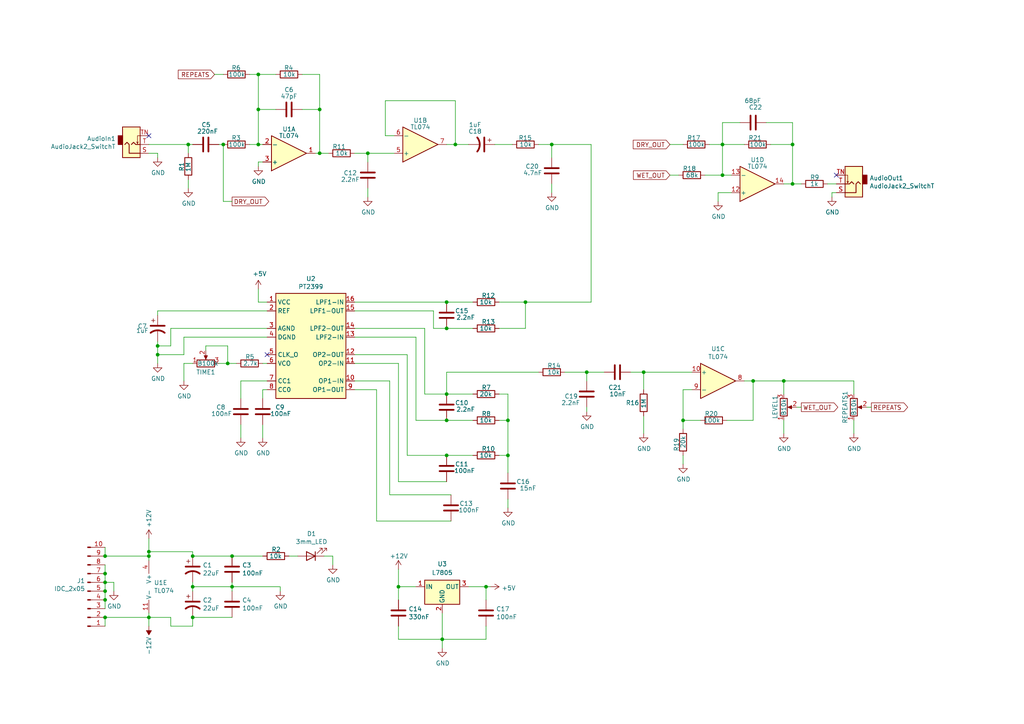
<source format=kicad_sch>
(kicad_sch (version 20211123) (generator eeschema)
  (paper "A4")
  (lib_symbols
    (symbol "Amplifier_Operational:TL074" (pin_names (offset 0.127))
      (property "Reference" "U" (at 0 5.08 0))
      (property "Value" "TL074" (at 0 -5.08 0))
      (symbol "TL074_1_1"
        (polyline (pts (xy -5.08 5.08) (xy 5.08 0) (xy -5.08 -5.08) (xy -5.08 5.08)) (stroke (width 0.254)) (fill (type background)))
        (pin output line (at 7.62 0 180) (length 2.54) (name "~") (number "1"))
        (pin input line (at -7.62 -2.54 0) (length 2.54) (name "-") (number "2"))
        (pin input line (at -7.62 2.54 0) (length 2.54) (name "+") (number "3"))
      )
      (symbol "TL074_2_1"
        (polyline (pts (xy -5.08 5.08) (xy 5.08 0) (xy -5.08 -5.08) (xy -5.08 5.08)) (stroke (width 0.254)) (fill (type background)))
        (pin input line (at -7.62 2.54 0) (length 2.54) (name "+") (number "5"))
        (pin input line (at -7.62 -2.54 0) (length 2.54) (name "-") (number "6"))
        (pin output line (at 7.62 0 180) (length 2.54) (name "~") (number "7"))
      )
      (symbol "TL074_3_1"
        (polyline (pts (xy -5.08 5.08) (xy 5.08 0) (xy -5.08 -5.08) (xy -5.08 5.08)) (stroke (width 0.254)) (fill (type background)))
        (pin input line (at -7.62 2.54 0) (length 2.54) (name "+") (number "10"))
        (pin output line (at 7.62 0 180) (length 2.54) (name "~") (number "8"))
        (pin input line (at -7.62 -2.54 0) (length 2.54) (name "-") (number "9"))
      )
      (symbol "TL074_4_1"
        (polyline (pts (xy -5.08 5.08) (xy 5.08 0) (xy -5.08 -5.08) (xy -5.08 5.08)) (stroke (width 0.254)) (fill (type background)))
        (pin input line (at -7.62 2.54 0) (length 2.54) (name "+") (number "12"))
        (pin input line (at -7.62 -2.54 0) (length 2.54) (name "-") (number "13"))
        (pin output line (at 7.62 0 180) (length 2.54) (name "~") (number "14"))
      )
      (symbol "TL074_5_1"
        (pin power_in line (at -2.54 -7.62 90) (length 3.81) (name "V-") (number "11"))
        (pin power_in line (at -2.54 7.62 270) (length 3.81) (name "V+") (number "4"))
      )
    )
    (symbol "Audio:PT2399"
      (property "Reference" "U" (at 0 17.78 0))
      (property "Value" "PT2399" (at 0 -17.78 0))
      (symbol "PT2399_0_1"
        (rectangle (start -10.16 15.24) (end 10.16 -15.24) (stroke (width 0.254)) (fill (type background)))
      )
      (symbol "PT2399_1_1"
        (pin power_in line (at -12.7 12.7 0) (length 2.54) (name "VCC") (number "1"))
        (pin input line (at 12.7 -10.16 180) (length 2.54) (name "OP1-IN") (number "10"))
        (pin input line (at 12.7 -5.08 180) (length 2.54) (name "OP2-IN") (number "11"))
        (pin output line (at 12.7 -2.54 180) (length 2.54) (name "OP2-OUT") (number "12"))
        (pin input line (at 12.7 2.54 180) (length 2.54) (name "LPF2-IN") (number "13"))
        (pin output line (at 12.7 5.08 180) (length 2.54) (name "LPF2-OUT") (number "14"))
        (pin output line (at 12.7 10.16 180) (length 2.54) (name "LPF1-OUT") (number "15"))
        (pin input line (at 12.7 12.7 180) (length 2.54) (name "LPF1-IN") (number "16"))
        (pin passive line (at -12.7 10.16 0) (length 2.54) (name "REF") (number "2"))
        (pin power_in line (at -12.7 5.08 0) (length 2.54) (name "AGND") (number "3"))
        (pin power_in line (at -12.7 2.54 0) (length 2.54) (name "DGND") (number "4"))
        (pin passive line (at -12.7 -2.54 0) (length 2.54) (name "CLK_O") (number "5"))
        (pin passive line (at -12.7 -5.08 0) (length 2.54) (name "VCO") (number "6"))
        (pin passive line (at -12.7 -10.16 0) (length 2.54) (name "CC1") (number "7"))
        (pin passive line (at -12.7 -12.7 0) (length 2.54) (name "CC0") (number "8"))
        (pin output line (at 12.7 -12.7 180) (length 2.54) (name "OP1-OUT") (number "9"))
      )
    )
    (symbol "Connector:AudioJack2_SwitchT"
      (property "Reference" "J" (at 0 8.89 0))
      (property "Value" "AudioJack2_SwitchT" (at 0 6.35 0))
      (symbol "AudioJack2_SwitchT_0_1"
        (rectangle (start -2.54 0) (end -3.81 -2.54) (stroke (width 0.254)) (fill (type outline)))
        (polyline (pts (xy 1.778 -0.254) (xy 2.032 -0.762)))
        (polyline (pts (xy 0 0) (xy 0.635 -0.635) (xy 1.27 0) (xy 2.54 0)) (stroke (width 0.254)))
        (polyline (pts (xy 2.54 -2.54) (xy 1.778 -2.54) (xy 1.778 -0.254) (xy 1.524 -0.762)))
        (polyline (pts (xy 2.54 2.54) (xy -0.635 2.54) (xy -0.635 0) (xy -1.27 -0.635) (xy -1.905 0)) (stroke (width 0.254)))
        (rectangle (start 2.54 3.81) (end -2.54 -5.08) (stroke (width 0.254)) (fill (type background)))
      )
      (symbol "AudioJack2_SwitchT_1_1"
        (pin passive line (at 5.08 2.54 180) (length 2.54) (name "~") (number "S"))
        (pin passive line (at 5.08 0 180) (length 2.54) (name "~") (number "T"))
        (pin passive line (at 5.08 -2.54 180) (length 2.54) (name "~") (number "TN"))
      )
    )
    (symbol "Connector:Conn_01x10_Male" (pin_names (offset 1.016) hide)
      (property "Reference" "J" (at 0 12.7 0))
      (property "Value" "Conn_01x10_Male" (at 0 -15.24 0))
      (symbol "Conn_01x10_Male_1_1"
        (polyline (pts (xy 1.27 -12.7) (xy 0.8636 -12.7)) (stroke (width 0.1524)))
        (polyline (pts (xy 1.27 -10.16) (xy 0.8636 -10.16)) (stroke (width 0.1524)))
        (polyline (pts (xy 1.27 -7.62) (xy 0.8636 -7.62)) (stroke (width 0.1524)))
        (polyline (pts (xy 1.27 -5.08) (xy 0.8636 -5.08)) (stroke (width 0.1524)))
        (polyline (pts (xy 1.27 -2.54) (xy 0.8636 -2.54)) (stroke (width 0.1524)))
        (polyline (pts (xy 1.27 0) (xy 0.8636 0)) (stroke (width 0.1524)))
        (polyline (pts (xy 1.27 2.54) (xy 0.8636 2.54)) (stroke (width 0.1524)))
        (polyline (pts (xy 1.27 5.08) (xy 0.8636 5.08)) (stroke (width 0.1524)))
        (polyline (pts (xy 1.27 7.62) (xy 0.8636 7.62)) (stroke (width 0.1524)))
        (polyline (pts (xy 1.27 10.16) (xy 0.8636 10.16)) (stroke (width 0.1524)))
        (rectangle (start 0.8636 -12.573) (end 0 -12.827) (stroke (width 0.1524)) (fill (type outline)))
        (rectangle (start 0.8636 -10.033) (end 0 -10.287) (stroke (width 0.1524)) (fill (type outline)))
        (rectangle (start 0.8636 -7.493) (end 0 -7.747) (stroke (width 0.1524)) (fill (type outline)))
        (rectangle (start 0.8636 -4.953) (end 0 -5.207) (stroke (width 0.1524)) (fill (type outline)))
        (rectangle (start 0.8636 -2.413) (end 0 -2.667) (stroke (width 0.1524)) (fill (type outline)))
        (rectangle (start 0.8636 0.127) (end 0 -0.127) (stroke (width 0.1524)) (fill (type outline)))
        (rectangle (start 0.8636 2.667) (end 0 2.413) (stroke (width 0.1524)) (fill (type outline)))
        (rectangle (start 0.8636 5.207) (end 0 4.953) (stroke (width 0.1524)) (fill (type outline)))
        (rectangle (start 0.8636 7.747) (end 0 7.493) (stroke (width 0.1524)) (fill (type outline)))
        (rectangle (start 0.8636 10.287) (end 0 10.033) (stroke (width 0.1524)) (fill (type outline)))
        (pin passive line (at 5.08 10.16 180) (length 3.81) (name "Pin_1") (number "1"))
        (pin passive line (at 5.08 -12.7 180) (length 3.81) (name "Pin_10") (number "10"))
        (pin passive line (at 5.08 7.62 180) (length 3.81) (name "Pin_2") (number "2"))
        (pin passive line (at 5.08 5.08 180) (length 3.81) (name "Pin_3") (number "3"))
        (pin passive line (at 5.08 2.54 180) (length 3.81) (name "Pin_4") (number "4"))
        (pin passive line (at 5.08 0 180) (length 3.81) (name "Pin_5") (number "5"))
        (pin passive line (at 5.08 -2.54 180) (length 3.81) (name "Pin_6") (number "6"))
        (pin passive line (at 5.08 -5.08 180) (length 3.81) (name "Pin_7") (number "7"))
        (pin passive line (at 5.08 -7.62 180) (length 3.81) (name "Pin_8") (number "8"))
        (pin passive line (at 5.08 -10.16 180) (length 3.81) (name "Pin_9") (number "9"))
      )
    )
    (symbol "Device:C" (pin_numbers hide) (pin_names (offset 0.254))
      (property "Reference" "C" (at 0.635 2.54 0))
      (property "Value" "C" (at 0.635 -2.54 0))
      (symbol "C_0_1"
        (polyline (pts (xy -2.032 -0.762) (xy 2.032 -0.762)) (stroke (width 0.508)))
        (polyline (pts (xy -2.032 0.762) (xy 2.032 0.762)) (stroke (width 0.508)))
      )
      (symbol "C_1_1"
        (pin passive line (at 0 3.81 270) (length 2.794) (name "~") (number "1"))
        (pin passive line (at 0 -3.81 90) (length 2.794) (name "~") (number "2"))
      )
    )
    (symbol "Device:LED" (pin_numbers hide) (pin_names (offset 1.016) hide)
      (property "Reference" "D" (at 0 2.54 0))
      (property "Value" "LED" (at 0 -2.54 0))
      (symbol "LED_0_1"
        (polyline (pts (xy -1.27 -1.27) (xy -1.27 1.27)) (stroke (width 0.254)))
        (polyline (pts (xy -1.27 0) (xy 1.27 0)))
        (polyline (pts (xy 1.27 -1.27) (xy 1.27 1.27) (xy -1.27 0) (xy 1.27 -1.27)) (stroke (width 0.254)))
        (polyline (pts (xy -3.048 -0.762) (xy -4.572 -2.286) (xy -3.81 -2.286) (xy -4.572 -2.286) (xy -4.572 -1.524)))
        (polyline (pts (xy -1.778 -0.762) (xy -3.302 -2.286) (xy -2.54 -2.286) (xy -3.302 -2.286) (xy -3.302 -1.524)))
      )
      (symbol "LED_1_1"
        (pin passive line (at -3.81 0 0) (length 2.54) (name "K") (number "1"))
        (pin passive line (at 3.81 0 180) (length 2.54) (name "A") (number "2"))
      )
    )
    (symbol "Device:R" (pin_numbers hide) (pin_names (offset 0))
      (property "Reference" "R" (at 2.032 0 90))
      (property "Value" "R" (at 0 0 90))
      (symbol "R_0_1"
        (rectangle (start -1.016 -2.54) (end 1.016 2.54) (stroke (width 0.254)))
      )
      (symbol "R_1_1"
        (pin passive line (at 0 3.81 270) (length 1.27) (name "~") (number "1"))
        (pin passive line (at 0 -3.81 90) (length 1.27) (name "~") (number "2"))
      )
    )
    (symbol "MiniDelay-rescue:CP1-Device" (pin_numbers hide) (pin_names (offset 0.254) hide)
      (property "Reference" "C" (at 0.635 2.54 0))
      (property "Value" "CP1-Device" (at 0.635 -2.54 0))
      (symbol "CP1-Device_0_1"
        (polyline (pts (xy -2.032 0.762) (xy 2.032 0.762)) (stroke (width 0.508)))
        (polyline (pts (xy -1.778 2.286) (xy -0.762 2.286)))
        (polyline (pts (xy -1.27 1.778) (xy -1.27 2.794)))
        (arc (start 2.032 -1.27) (mid 0 -0.5572) (end -2.032 -1.27) (stroke (width 0.508)))
      )
      (symbol "CP1-Device_1_1"
        (pin passive line (at 0 3.81 270) (length 2.794) (name "~") (number "1"))
        (pin passive line (at 0 -3.81 90) (length 3.302) (name "~") (number "2"))
      )
    )
    (symbol "MiniDelay-rescue:R_POT-Device" (pin_names (offset 1.016) hide)
      (property "Reference" "RV" (at -4.445 0 90))
      (property "Value" "R_POT-Device" (at -2.54 0 90))
      (symbol "R_POT-Device_0_1"
        (polyline (pts (xy 2.54 0) (xy 1.524 0)))
        (polyline (pts (xy 1.143 0) (xy 2.286 0.508) (xy 2.286 -0.508) (xy 1.143 0)) (fill (type outline)))
        (rectangle (start 1.016 2.54) (end -1.016 -2.54) (stroke (width 0.254)))
      )
      (symbol "R_POT-Device_1_1"
        (pin passive line (at 0 3.81 270) (length 1.27) (name "1") (number "1"))
        (pin passive line (at 3.81 0 180) (length 1.27) (name "2") (number "2"))
        (pin passive line (at 0 -3.81 90) (length 1.27) (name "3") (number "3"))
      )
    )
    (symbol "Regulator_Linear:L7805" (pin_names (offset 0.254))
      (property "Reference" "U" (at -3.81 3.175 0))
      (property "Value" "L7805" (at 0 3.175 0))
      (symbol "L7805_0_1"
        (rectangle (start -5.08 1.905) (end 5.08 -5.08) (stroke (width 0.254)) (fill (type background)))
      )
      (symbol "L7805_1_1"
        (pin power_in line (at -7.62 0 0) (length 2.54) (name "IN") (number "1"))
        (pin power_in line (at 0 -7.62 90) (length 2.54) (name "GND") (number "2"))
        (pin power_out line (at 7.62 0 180) (length 2.54) (name "OUT") (number "3"))
      )
    )
    (symbol "power:+12V" (power) (pin_names (offset 0))
      (property "Value" "+12V" (at 0 3.556 0))
      (symbol "+12V_0_1"
        (polyline (pts (xy -0.762 1.27) (xy 0 2.54)))
        (polyline (pts (xy 0 0) (xy 0 2.54)))
        (polyline (pts (xy 0 2.54) (xy 0.762 1.27)))
      )
      (symbol "+12V_1_1"
        (pin power_in line (at 0 0 90) (length 0) hide (name "+12V") (number "1"))
      )
    )
    (symbol "power:+5V" (power) (pin_names (offset 0))
      (property "Value" "+5V" (at 0 3.556 0))
      (symbol "+5V_0_1"
        (polyline (pts (xy -0.762 1.27) (xy 0 2.54)))
        (polyline (pts (xy 0 0) (xy 0 2.54)))
        (polyline (pts (xy 0 2.54) (xy 0.762 1.27)))
      )
      (symbol "+5V_1_1"
        (pin power_in line (at 0 0 90) (length 0) hide (name "+5V") (number "1"))
      )
    )
    (symbol "power:-12V" (power) (pin_names (offset 0))
      (property "Value" "-12V" (at 0 3.81 0))
      (symbol "-12V_0_0"
        (pin power_in line (at 0 0 90) (length 0) hide (name "-12V") (number "1"))
      )
      (symbol "-12V_0_1"
        (polyline (pts (xy 0 0) (xy 0 1.27) (xy 0.762 1.27) (xy 0 2.54) (xy -0.762 1.27) (xy 0 1.27)) (fill (type outline)))
      )
    )
    (symbol "power:GND" (power) (pin_names (offset 0))
      (property "Value" "GND" (at 0 -3.81 0))
      (symbol "GND_0_1"
        (polyline (pts (xy 0 0) (xy 0 -1.27) (xy 1.27 -1.27) (xy 0 -2.54) (xy -1.27 -1.27) (xy 0 -1.27)))
      )
      (symbol "GND_1_1"
        (pin power_in line (at 0 0 270) (length 0) hide (name "GND") (number "1"))
      )
    )
  )
  (junction (at 209.55 41.91))
  (junction (at 147.32 132.08))
  (junction (at 74.93 21.59))
  (junction (at 140.97 170.18))
  (junction (at 198.12 121.92))
  (junction (at 147.32 121.92))
  (junction (at 186.69 107.95))
  (junction (at 45.72 100.33))
  (junction (at 170.18 107.95))
  (junction (at 229.87 41.91))
  (junction (at 152.4 87.63))
  (junction (at 74.93 31.75))
  (junction (at 43.18 179.07))
  (junction (at 30.48 161.29))
  (junction (at 30.48 166.37))
  (junction (at 92.71 44.45))
  (junction (at 30.48 173.99))
  (junction (at 209.55 50.8))
  (junction (at 218.44 110.49))
  (junction (at 66.04 105.41))
  (junction (at 30.48 179.07))
  (junction (at 227.33 110.49))
  (junction (at 129.54 95.25))
  (junction (at 129.54 87.63))
  (junction (at 92.71 31.75))
  (junction (at 106.68 44.45))
  (junction (at 132.08 41.91))
  (junction (at 64.77 41.91))
  (junction (at 115.57 170.18))
  (junction (at 55.88 170.18))
  (junction (at 129.54 114.3))
  (junction (at 43.18 161.29))
  (junction (at 74.93 41.91))
  (junction (at 160.02 41.91))
  (junction (at 55.88 179.07))
  (junction (at 67.31 161.29))
  (junction (at 129.54 121.92))
  (junction (at 67.31 170.18))
  (junction (at 30.48 168.91))
  (junction (at 128.27 185.42))
  (junction (at 229.87 53.34))
  (junction (at 45.72 102.87))
  (junction (at 55.88 161.29))
  (junction (at 43.18 160.02))
  (junction (at 129.54 132.08))
  (junction (at 54.61 41.91))
  (junction (at 30.48 171.45))
  (no_connect (at 77.47 102.87))
  (no_connect (at 242.57 50.8))
  (no_connect (at 43.18 39.37))
  (wire (pts (xy 123.19 114.3) (xy 123.19 95.25)))
  (wire (pts (xy 214.63 35.56) (xy 209.55 35.56)))
  (wire (pts (xy 74.93 31.75) (xy 74.93 41.91)))
  (wire (pts (xy 77.47 95.25) (xy 49.53 95.25)))
  (wire (pts (xy 30.48 179.07) (xy 30.48 181.61)))
  (wire (pts (xy 53.34 102.87) (xy 53.34 97.79)))
  (wire (pts (xy 182.88 107.95) (xy 186.69 107.95)))
  (wire (pts (xy 102.87 110.49) (xy 113.03 110.49)))
  (wire (pts (xy 55.88 170.18) (xy 67.31 170.18)))
  (wire (pts (xy 43.18 160.02) (xy 43.18 161.29)))
  (wire (pts (xy 81.28 170.18) (xy 81.28 171.45)))
  (wire (pts (xy 129.54 121.92) (xy 137.16 121.92)))
  (wire (pts (xy 215.9 41.91) (xy 209.55 41.91)))
  (wire (pts (xy 156.21 107.95) (xy 129.54 107.95)))
  (wire (pts (xy 147.32 132.08) (xy 144.78 132.08)))
  (wire (pts (xy 49.53 181.61) (xy 55.88 181.61)))
  (wire (pts (xy 240.03 53.34) (xy 242.57 53.34)))
  (wire (pts (xy 76.2 46.99) (xy 74.93 46.99)))
  (wire (pts (xy 115.57 139.7) (xy 129.54 139.7)))
  (wire (pts (xy 76.2 105.41) (xy 77.47 105.41)))
  (wire (pts (xy 227.33 110.49) (xy 247.65 110.49)))
  (wire (pts (xy 160.02 55.88) (xy 160.02 53.34)))
  (wire (pts (xy 30.48 161.29) (xy 43.18 161.29)))
  (wire (pts (xy 198.12 132.08) (xy 198.12 134.62)))
  (wire (pts (xy 252.73 118.11) (xy 251.46 118.11)))
  (wire (pts (xy 49.53 100.33) (xy 45.72 100.33)))
  (wire (pts (xy 232.41 118.11) (xy 231.14 118.11)))
  (wire (pts (xy 186.69 125.73) (xy 186.69 120.65)))
  (wire (pts (xy 194.31 41.91) (xy 198.12 41.91)))
  (wire (pts (xy 87.63 21.59) (xy 92.71 21.59)))
  (wire (pts (xy 186.69 107.95) (xy 186.69 113.03)))
  (wire (pts (xy 212.09 50.8) (xy 209.55 50.8)))
  (wire (pts (xy 132.08 29.21) (xy 132.08 41.91)))
  (wire (pts (xy 215.9 110.49) (xy 218.44 110.49)))
  (wire (pts (xy 45.72 99.06) (xy 45.72 100.33)))
  (wire (pts (xy 140.97 170.18) (xy 142.24 170.18)))
  (wire (pts (xy 120.65 97.79) (xy 120.65 121.92)))
  (wire (pts (xy 43.18 156.21) (xy 43.18 160.02)))
  (wire (pts (xy 120.65 121.92) (xy 129.54 121.92)))
  (wire (pts (xy 218.44 110.49) (xy 227.33 110.49)))
  (wire (pts (xy 111.76 39.37) (xy 111.76 29.21)))
  (wire (pts (xy 67.31 168.91) (xy 67.31 170.18)))
  (wire (pts (xy 118.11 132.08) (xy 129.54 132.08)))
  (wire (pts (xy 30.48 173.99) (xy 30.48 176.53)))
  (wire (pts (xy 45.72 100.33) (xy 45.72 102.87)))
  (wire (pts (xy 209.55 35.56) (xy 209.55 41.91)))
  (wire (pts (xy 74.93 87.63) (xy 77.47 87.63)))
  (wire (pts (xy 128.27 177.8) (xy 128.27 185.42)))
  (wire (pts (xy 96.52 161.29) (xy 96.52 163.83)))
  (wire (pts (xy 67.31 170.18) (xy 67.31 171.45)))
  (wire (pts (xy 113.03 143.51) (xy 130.81 143.51)))
  (wire (pts (xy 223.52 41.91) (xy 229.87 41.91)))
  (wire (pts (xy 77.47 90.17) (xy 45.72 90.17)))
  (wire (pts (xy 43.18 179.07) (xy 49.53 179.07)))
  (wire (pts (xy 62.23 21.59) (xy 64.77 21.59)))
  (wire (pts (xy 76.2 127) (xy 76.2 123.19)))
  (wire (pts (xy 125.73 90.17) (xy 125.73 95.25)))
  (wire (pts (xy 87.63 31.75) (xy 92.71 31.75)))
  (wire (pts (xy 200.66 113.03) (xy 198.12 113.03)))
  (wire (pts (xy 66.04 105.41) (xy 63.5 105.41)))
  (wire (pts (xy 92.71 31.75) (xy 92.71 44.45)))
  (wire (pts (xy 125.73 95.25) (xy 129.54 95.25)))
  (wire (pts (xy 55.88 105.41) (xy 53.34 105.41)))
  (wire (pts (xy 45.72 90.17) (xy 45.72 91.44)))
  (wire (pts (xy 43.18 179.07) (xy 43.18 181.61)))
  (wire (pts (xy 208.28 58.42) (xy 208.28 55.88)))
  (wire (pts (xy 92.71 44.45) (xy 91.44 44.45)))
  (wire (pts (xy 123.19 95.25) (xy 102.87 95.25)))
  (wire (pts (xy 69.85 127) (xy 69.85 123.19)))
  (wire (pts (xy 55.88 179.07) (xy 67.31 179.07)))
  (wire (pts (xy 186.69 107.95) (xy 200.66 107.95)))
  (wire (pts (xy 247.65 110.49) (xy 247.65 114.3)))
  (wire (pts (xy 76.2 161.29) (xy 67.31 161.29)))
  (wire (pts (xy 171.45 87.63) (xy 152.4 87.63)))
  (wire (pts (xy 113.03 110.49) (xy 113.03 143.51)))
  (wire (pts (xy 30.48 166.37) (xy 30.48 168.91)))
  (wire (pts (xy 77.47 110.49) (xy 69.85 110.49)))
  (wire (pts (xy 111.76 29.21) (xy 132.08 29.21)))
  (wire (pts (xy 43.18 177.8) (xy 43.18 179.07)))
  (wire (pts (xy 92.71 21.59) (xy 92.71 31.75)))
  (wire (pts (xy 106.68 44.45) (xy 106.68 46.99)))
  (wire (pts (xy 30.48 158.75) (xy 30.48 161.29)))
  (wire (pts (xy 205.74 41.91) (xy 209.55 41.91)))
  (wire (pts (xy 102.87 87.63) (xy 129.54 87.63)))
  (wire (pts (xy 229.87 53.34) (xy 232.41 53.34)))
  (wire (pts (xy 229.87 53.34) (xy 227.33 53.34)))
  (wire (pts (xy 115.57 170.18) (xy 115.57 173.99)))
  (wire (pts (xy 55.88 161.29) (xy 55.88 160.02)))
  (wire (pts (xy 218.44 110.49) (xy 218.44 121.92)))
  (wire (pts (xy 152.4 87.63) (xy 152.4 95.25)))
  (wire (pts (xy 143.51 41.91) (xy 148.59 41.91)))
  (wire (pts (xy 144.78 114.3) (xy 147.32 114.3)))
  (wire (pts (xy 130.81 151.13) (xy 109.22 151.13)))
  (wire (pts (xy 49.53 179.07) (xy 49.53 181.61)))
  (wire (pts (xy 222.25 35.56) (xy 229.87 35.56)))
  (wire (pts (xy 128.27 185.42) (xy 128.27 187.96)))
  (wire (pts (xy 170.18 110.49) (xy 170.18 107.95)))
  (wire (pts (xy 66.04 100.33) (xy 59.69 100.33)))
  (wire (pts (xy 203.2 121.92) (xy 198.12 121.92)))
  (wire (pts (xy 147.32 121.92) (xy 144.78 121.92)))
  (wire (pts (xy 147.32 114.3) (xy 147.32 121.92)))
  (wire (pts (xy 135.89 41.91) (xy 132.08 41.91)))
  (wire (pts (xy 115.57 105.41) (xy 115.57 139.7)))
  (wire (pts (xy 137.16 132.08) (xy 129.54 132.08)))
  (wire (pts (xy 106.68 57.15) (xy 106.68 54.61)))
  (wire (pts (xy 55.88 161.29) (xy 67.31 161.29)))
  (wire (pts (xy 129.54 114.3) (xy 137.16 114.3)))
  (wire (pts (xy 115.57 181.61) (xy 115.57 185.42)))
  (wire (pts (xy 30.48 163.83) (xy 30.48 166.37)))
  (wire (pts (xy 49.53 95.25) (xy 49.53 100.33)))
  (wire (pts (xy 30.48 168.91) (xy 30.48 171.45)))
  (wire (pts (xy 45.72 102.87) (xy 53.34 102.87)))
  (wire (pts (xy 229.87 41.91) (xy 229.87 53.34)))
  (wire (pts (xy 92.71 44.45) (xy 95.25 44.45)))
  (wire (pts (xy 109.22 113.03) (xy 102.87 113.03)))
  (wire (pts (xy 76.2 113.03) (xy 76.2 115.57)))
  (wire (pts (xy 135.89 170.18) (xy 140.97 170.18)))
  (wire (pts (xy 227.33 110.49) (xy 227.33 114.3)))
  (wire (pts (xy 83.82 161.29) (xy 86.36 161.29)))
  (wire (pts (xy 77.47 113.03) (xy 76.2 113.03)))
  (wire (pts (xy 55.88 181.61) (xy 55.88 179.07)))
  (wire (pts (xy 80.01 21.59) (xy 74.93 21.59)))
  (wire (pts (xy 63.5 41.91) (xy 64.77 41.91)))
  (wire (pts (xy 43.18 41.91) (xy 54.61 41.91)))
  (wire (pts (xy 241.3 55.88) (xy 242.57 55.88)))
  (wire (pts (xy 55.88 170.18) (xy 55.88 171.45)))
  (wire (pts (xy 160.02 41.91) (xy 171.45 41.91)))
  (wire (pts (xy 93.98 161.29) (xy 96.52 161.29)))
  (wire (pts (xy 129.54 107.95) (xy 129.54 114.3)))
  (wire (pts (xy 227.33 125.73) (xy 227.33 121.92)))
  (wire (pts (xy 209.55 41.91) (xy 209.55 50.8)))
  (wire (pts (xy 67.31 170.18) (xy 81.28 170.18)))
  (wire (pts (xy 209.55 50.8) (xy 204.47 50.8)))
  (wire (pts (xy 115.57 170.18) (xy 120.65 170.18)))
  (wire (pts (xy 72.39 21.59) (xy 74.93 21.59)))
  (wire (pts (xy 140.97 170.18) (xy 140.97 173.99)))
  (wire (pts (xy 102.87 105.41) (xy 115.57 105.41)))
  (wire (pts (xy 118.11 102.87) (xy 118.11 132.08)))
  (wire (pts (xy 152.4 95.25) (xy 144.78 95.25)))
  (wire (pts (xy 74.93 41.91) (xy 72.39 41.91)))
  (wire (pts (xy 109.22 151.13) (xy 109.22 113.03)))
  (wire (pts (xy 54.61 41.91) (xy 54.61 44.45)))
  (wire (pts (xy 102.87 97.79) (xy 120.65 97.79)))
  (wire (pts (xy 170.18 107.95) (xy 163.83 107.95)))
  (wire (pts (xy 33.02 168.91) (xy 33.02 171.45)))
  (wire (pts (xy 171.45 41.91) (xy 171.45 87.63)))
  (wire (pts (xy 59.69 100.33) (xy 59.69 101.6)))
  (wire (pts (xy 43.18 160.02) (xy 55.88 160.02)))
  (wire (pts (xy 43.18 44.45) (xy 45.72 44.45)))
  (wire (pts (xy 64.77 58.42) (xy 67.31 58.42)))
  (wire (pts (xy 66.04 105.41) (xy 66.04 100.33)))
  (wire (pts (xy 229.87 35.56) (xy 229.87 41.91)))
  (wire (pts (xy 54.61 54.61) (xy 54.61 52.07)))
  (wire (pts (xy 147.32 132.08) (xy 147.32 137.16)))
  (wire (pts (xy 114.3 39.37) (xy 111.76 39.37)))
  (wire (pts (xy 30.48 168.91) (xy 33.02 168.91)))
  (wire (pts (xy 74.93 83.82) (xy 74.93 87.63)))
  (wire (pts (xy 68.58 105.41) (xy 66.04 105.41)))
  (wire (pts (xy 128.27 185.42) (xy 140.97 185.42)))
  (wire (pts (xy 102.87 90.17) (xy 125.73 90.17)))
  (wire (pts (xy 156.21 41.91) (xy 160.02 41.91)))
  (wire (pts (xy 53.34 105.41) (xy 53.34 110.49)))
  (wire (pts (xy 74.93 41.91) (xy 76.2 41.91)))
  (wire (pts (xy 55.88 168.91) (xy 55.88 170.18)))
  (wire (pts (xy 114.3 44.45) (xy 106.68 44.45)))
  (wire (pts (xy 137.16 87.63) (xy 129.54 87.63)))
  (wire (pts (xy 30.48 179.07) (xy 43.18 179.07)))
  (wire (pts (xy 45.72 44.45) (xy 45.72 45.72)))
  (wire (pts (xy 53.34 97.79) (xy 77.47 97.79)))
  (wire (pts (xy 140.97 185.42) (xy 140.97 181.61)))
  (wire (pts (xy 115.57 165.1) (xy 115.57 170.18)))
  (wire (pts (xy 194.31 50.8) (xy 196.85 50.8)))
  (wire (pts (xy 64.77 41.91) (xy 64.77 58.42)))
  (wire (pts (xy 175.26 107.95) (xy 170.18 107.95)))
  (wire (pts (xy 160.02 41.91) (xy 160.02 45.72)))
  (wire (pts (xy 147.32 147.32) (xy 147.32 144.78)))
  (wire (pts (xy 30.48 171.45) (xy 30.48 173.99)))
  (wire (pts (xy 247.65 125.73) (xy 247.65 121.92)))
  (wire (pts (xy 208.28 55.88) (xy 212.09 55.88)))
  (wire (pts (xy 102.87 102.87) (xy 118.11 102.87)))
  (wire (pts (xy 43.18 161.29) (xy 43.18 162.56)))
  (wire (pts (xy 102.87 44.45) (xy 106.68 44.45)))
  (wire (pts (xy 55.88 41.91) (xy 54.61 41.91)))
  (wire (pts (xy 115.57 185.42) (xy 128.27 185.42)))
  (wire (pts (xy 147.32 121.92) (xy 147.32 132.08)))
  (wire (pts (xy 123.19 114.3) (xy 129.54 114.3)))
  (wire (pts (xy 241.3 57.15) (xy 241.3 55.88)))
  (wire (pts (xy 198.12 113.03) (xy 198.12 121.92)))
  (wire (pts (xy 69.85 110.49) (xy 69.85 115.57)))
  (wire (pts (xy 74.93 21.59) (xy 74.93 31.75)))
  (wire (pts (xy 129.54 95.25) (xy 137.16 95.25)))
  (wire (pts (xy 132.08 41.91) (xy 129.54 41.91)))
  (wire (pts (xy 45.72 102.87) (xy 45.72 105.41)))
  (wire (pts (xy 144.78 87.63) (xy 152.4 87.63)))
  (wire (pts (xy 170.18 119.38) (xy 170.18 118.11)))
  (wire (pts (xy 198.12 121.92) (xy 198.12 124.46)))
  (wire (pts (xy 218.44 121.92) (xy 210.82 121.92)))
  (wire (pts (xy 80.01 31.75) (xy 74.93 31.75)))
  (wire (pts (xy 74.93 46.99) (xy 74.93 48.26)))
  (global_label "WET_OUT" (shape output) (at 232.41 118.11 0) (property "Intersheet References" "${INTERSHEET_REFS}" (effects hide)))
  (global_label "WET_OUT" (shape input) (at 194.31 50.8 180) (property "Intersheet References" "${INTERSHEET_REFS}" (effects hide)))
  (global_label "REPEATS" (shape output) (at 252.73 118.11 0) (property "Intersheet References" "${INTERSHEET_REFS}" (effects hide)))
  (global_label "DRY_OUT" (shape output) (at 67.31 58.42 0) (property "Intersheet References" "${INTERSHEET_REFS}" (effects hide)))
  (global_label "REPEATS" (shape input) (at 62.23 21.59 180) (property "Intersheet References" "${INTERSHEET_REFS}" (effects hide)))
  (global_label "DRY_OUT" (shape input) (at 194.31 41.91 180) (property "Intersheet References" "${INTERSHEET_REFS}" (effects hide)))
  (symbol (lib_id "Connector:AudioJack2_SwitchT") (at 38.1 41.91 0) (mirror x) (unit 1)
    (property "Reference" "AudioIn1" (at 33.5534 40.2082 0) (effects (justify right)))
    (property "Value" "AudioJack2_SwitchT" (at 33.5534 42.5196 0) (effects (justify right)))
    (property "Footprint" "benjiaomodular:AudioJack_3.5mm" (effects hide))
  )
  (symbol (lib_id "Connector:AudioJack2_SwitchT") (at 247.65 53.34 180) (unit 1)
    (property "Reference" "AudioOut1" (at 252.222 51.6382 0) (effects (justify right)))
    (property "Value" "AudioJack2_SwitchT" (at 252.222 53.9496 0) (effects (justify right)))
    (property "Footprint" "benjiaomodular:AudioJack_3.5mm" (effects hide))
  )
  (symbol (lib_id "Device:R") (at 54.61 48.26 180) (unit 1)
    (property "Reference" "R1" (at 52.705 46.99 90) (effects (justify left)))
    (property "Value" "1M" (at 54.61 46.99 90) (effects (justify left)))
    (property "Footprint" "Resistor_SMD:R_0603_1608Metric_Pad0.98x0.95mm_HandSolder" (effects hide))
    (property "LCSC Part #" "C105578" (effects hide))
    (property "Mfg #" "RC0603FR-071ML" (effects hide))
  )
  (symbol (lib_id "Device:C") (at 59.69 41.91 270) (unit 1)
    (property "Reference" "C5" (at 58.42 36.195 90) (effects (justify left)))
    (property "Value" "220nF" (at 57.15 38.1 90) (effects (justify left)))
    (property "Footprint" "Capacitor_SMD:C_0603_1608Metric_Pad1.08x0.95mm_HandSolder" (effects hide))
    (property "LCSC Part #" "C97857" (effects hide))
    (property "Mfg #" "GCM188R71H224KA64D" (effects hide))
  )
  (symbol (lib_id "power:GND") (at 54.61 54.61 0) (unit 1)
    (property "Reference" "#PWR04" (effects hide))
    (property "Value" "GND" (at 54.737 59.0042 0))
  )
  (symbol (lib_id "power:GND") (at 74.93 48.26 0) (unit 1)
    (property "Reference" "#PWR06" (effects hide))
    (property "Value" "GND" (at 75.057 52.6542 0))
  )
  (symbol (lib_id "Device:R") (at 236.22 53.34 270) (unit 1)
    (property "Reference" "R9" (at 234.95 51.435 90) (effects (justify left)))
    (property "Value" "1k" (at 234.95 53.34 90) (effects (justify left)))
    (property "Footprint" "Resistor_SMD:R_0603_1608Metric_Pad0.98x0.95mm_HandSolder" (effects hide))
    (property "LCSC Part #" "C22548" (effects hide))
    (property "Mfg #" "RC0603FR-071KL" (effects hide))
  )
  (symbol (lib_id "Device:R") (at 99.06 44.45 90) (unit 1)
    (property "Reference" "R11" (at 100.33 42.545 90) (effects (justify left)))
    (property "Value" "10k" (at 100.965 44.45 90) (effects (justify left)))
    (property "Footprint" "Resistor_SMD:R_0603_1608Metric_Pad0.98x0.95mm_HandSolder" (effects hide))
    (property "LCSC Part #" "C116677" (effects hide))
    (property "Mfg #" "AC0603FR-0710KL" (effects hide))
  )
  (symbol (lib_id "power:GND") (at 45.72 45.72 0) (unit 1)
    (property "Reference" "#PWR03" (effects hide))
    (property "Value" "GND" (at 45.847 50.1142 0))
  )
  (symbol (lib_id "power:GND") (at 241.3 57.15 0) (unit 1)
    (property "Reference" "#PWR011" (effects hide))
    (property "Value" "GND" (at 241.427 61.5442 0))
  )
  (symbol (lib_id "Audio:PT2399") (at 90.17 100.33 0) (unit 1)
    (property "Reference" "U2" (at 90.17 80.8482 0))
    (property "Value" "PT2399" (at 90.17 83.1596 0))
    (property "Footprint" "Package_SO:SOP-16_4.55x10.3mm_P1.27mm" (effects hide))
    (property "Datasheet" "https://datasheet.lcsc.com/lcsc/1808031633_PTC-Princeton-Tech-PT2399-SN_C126407.pdf" (effects hide))
    (property "LCSC Part #" "C126407" (effects hide))
    (property "Mfg #" "PT2399-SN" (effects hide))
  )
  (symbol (lib_id "Device:C") (at 106.68 50.8 180) (unit 1)
    (property "Reference" "C12" (at 101.6 50.165 0))
    (property "Value" "2.2nF" (at 101.6 52.07 0))
    (property "Footprint" "Capacitor_SMD:C_0603_1608Metric_Pad1.08x0.95mm_HandSolder" (effects hide))
    (property "Mfg #" "CC0603JRNPO9BN222" (effects hide))
    (property "LCSC Part #" "C107043" (effects hide))
  )
  (symbol (lib_id "power:GND") (at 106.68 57.15 0) (unit 1)
    (property "Reference" "#PWR015" (effects hide))
    (property "Value" "GND" (at 106.807 61.5442 0))
  )
  (symbol (lib_id "Amplifier_Operational:TL074") (at 83.82 44.45 0) (mirror x) (unit 1)
    (property "Reference" "U1" (at 83.82 37.465 0))
    (property "Value" "TL074" (at 83.82 39.37 0))
    (property "Footprint" "Package_SO:SOIC-14_3.9x8.7mm_P1.27mm" (effects hide))
    (property "Datasheet" "http://www.ti.com/lit/ds/symlink/tl071.pdf" (effects hide))
    (property "LCSC Part #" "C107644" (effects hide))
    (property "Mfg #" "TL074IDT" (effects hide))
  )
  (symbol (lib_id "Device:C") (at 115.57 177.8 0) (unit 1)
    (property "Reference" "C14" (at 118.491 176.6316 0) (effects (justify left)))
    (property "Value" "330nF" (at 118.491 178.943 0) (effects (justify left)))
    (property "Footprint" "Capacitor_SMD:C_0603_1608Metric_Pad1.08x0.95mm_HandSolder" (effects hide))
    (property "Mfg #" "CC0603KRX7R8BB334" (effects hide))
    (property "LCSC Part #" "C107070" (effects hide))
  )
  (symbol (lib_id "Device:C") (at 140.97 177.8 0) (unit 1)
    (property "Reference" "C17" (at 143.891 176.6316 0) (effects (justify left)))
    (property "Value" "100nF" (at 143.891 178.943 0) (effects (justify left)))
    (property "Footprint" "Capacitor_SMD:C_0603_1608Metric_Pad1.08x0.95mm_HandSolder" (effects hide))
    (property "Mfg #" "CC0603JRX7R9BB104" (effects hide))
    (property "LCSC Part #" "C91183" (effects hide))
  )
  (symbol (lib_id "power:GND") (at 128.27 187.96 0) (unit 1)
    (property "Reference" "#PWR017" (effects hide))
    (property "Value" "GND" (at 128.397 192.3542 0))
  )
  (symbol (lib_id "power:+12V") (at 43.18 156.21 0) (unit 1)
    (property "Reference" "#PWR02" (effects hide))
    (property "Value" "+12V" (at 43.18 153.035 90) (effects (justify left)))
  )
  (symbol (lib_id "Amplifier_Operational:TL074") (at 121.92 41.91 0) (mirror x) (unit 2)
    (property "Reference" "U1" (at 121.92 34.925 0))
    (property "Value" "TL074" (at 121.92 36.83 0))
    (property "Footprint" "Package_SO:SOIC-14_3.9x8.7mm_P1.27mm" (effects hide))
    (property "Datasheet" "http://www.ti.com/lit/ds/symlink/tl071.pdf" (effects hide))
    (property "LCSC Part #" "C107644" (effects hide))
    (property "Mfg #" "TL074IDT" (effects hide))
  )
  (symbol (lib_id "power:-12V") (at 43.18 181.61 180) (unit 1)
    (property "Reference" "#PWR01" (effects hide))
    (property "Value" "-12V" (at 43.18 187.325 90))
  )
  (symbol (lib_id "MiniDelay-rescue:CP1-Device") (at 55.88 165.1 0) (unit 1)
    (property "Reference" "C1" (at 58.801 163.9316 0) (effects (justify left)))
    (property "Value" "22uF" (at 58.801 166.243 0) (effects (justify left)))
    (property "Footprint" "Capacitor_SMD:C_0805_2012Metric_Pad1.18x1.45mm_HandSolder" (effects hide))
    (property "LCSC Part #" "C49678" (effects hide))
    (property "Mfg #" "CC0805KRX7R9BB104" (effects hide))
  )
  (symbol (lib_id "MiniDelay-rescue:CP1-Device") (at 55.88 175.26 0) (unit 1)
    (property "Reference" "C2" (at 58.801 174.0916 0) (effects (justify left)))
    (property "Value" "22uF" (at 58.801 176.403 0) (effects (justify left)))
    (property "Footprint" "Capacitor_SMD:C_0805_2012Metric_Pad1.18x1.45mm_HandSolder" (effects hide))
    (property "LCSC Part #" "C49678" (effects hide))
    (property "Mfg #" "CC0805KRX7R9BB104" (effects hide))
  )
  (symbol (lib_id "power:+12V") (at 115.57 165.1 0) (unit 1)
    (property "Reference" "#PWR014" (effects hide))
    (property "Value" "+12V" (at 113.03 161.29 0) (effects (justify left)))
  )
  (symbol (lib_id "power:+5V") (at 142.24 170.18 270) (unit 1)
    (property "Reference" "#PWR018" (effects hide))
    (property "Value" "+5V" (at 145.4912 170.561 90) (effects (justify left)))
  )
  (symbol (lib_id "Device:C") (at 67.31 165.1 0) (unit 1)
    (property "Reference" "C3" (at 70.231 163.9316 0) (effects (justify left)))
    (property "Value" "100nF" (at 70.231 166.243 0) (effects (justify left)))
    (property "Footprint" "Capacitor_SMD:C_0603_1608Metric_Pad1.08x0.95mm_HandSolder" (effects hide))
    (property "Mfg #" "CC0603JRX7R9BB104" (effects hide))
    (property "LCSC Part #" "C91183" (effects hide))
  )
  (symbol (lib_id "Device:C") (at 67.31 175.26 0) (unit 1)
    (property "Reference" "C4" (at 70.231 174.0916 0) (effects (justify left)))
    (property "Value" "100nF" (at 70.231 176.403 0) (effects (justify left)))
    (property "Footprint" "Capacitor_SMD:C_0603_1608Metric_Pad1.08x0.95mm_HandSolder" (effects hide))
    (property "Mfg #" "CC0603JRX7R9BB104" (effects hide))
    (property "LCSC Part #" "C91183" (effects hide))
  )
  (symbol (lib_id "Device:R") (at 140.97 114.3 270) (unit 1)
    (property "Reference" "R7" (at 139.7 112.395 90) (effects (justify left)))
    (property "Value" "20k" (at 139.065 114.3 90) (effects (justify left)))
    (property "Footprint" "Resistor_SMD:R_0603_1608Metric_Pad0.98x0.95mm_HandSolder" (effects hide))
    (property "LCSC Part #" "C105575" (effects hide))
    (property "Mfg #" "RC0603FR-0720KL" (effects hide))
  )
  (symbol (lib_id "Device:R") (at 140.97 121.92 270) (unit 1)
    (property "Reference" "R8" (at 139.7 120.015 90) (effects (justify left)))
    (property "Value" "10k" (at 139.065 121.92 90) (effects (justify left)))
    (property "Footprint" "Resistor_SMD:R_0603_1608Metric_Pad0.98x0.95mm_HandSolder" (effects hide))
    (property "LCSC Part #" "C116677" (effects hide))
    (property "Mfg #" "AC0603FR-0710KL" (effects hide))
  )
  (symbol (lib_id "Device:C") (at 129.54 118.11 180) (unit 1)
    (property "Reference" "C10" (at 135.89 116.84 0) (effects (justify left)))
    (property "Value" "2.2nF" (at 137.795 118.745 0) (effects (justify left)))
    (property "Footprint" "Capacitor_SMD:C_0603_1608Metric_Pad1.08x0.95mm_HandSolder" (effects hide))
    (property "Mfg #" "CC0603JRNPO9BN222" (effects hide))
    (property "LCSC Part #" "C107043" (effects hide))
  )
  (symbol (lib_id "Device:R") (at 68.58 21.59 90) (unit 1)
    (property "Reference" "R6" (at 69.85 19.685 90) (effects (justify left)))
    (property "Value" "100k" (at 71.12 21.59 90) (effects (justify left)))
    (property "Footprint" "Resistor_SMD:R_0603_1608Metric_Pad0.98x0.95mm_HandSolder" (effects hide))
    (property "LCSC Part #" "C14675" (effects hide))
    (property "Mfg #" "RC0603FR-07100KL" (effects hide))
  )
  (symbol (lib_id "power:GND") (at 81.28 171.45 0) (unit 1)
    (property "Reference" "#PWR05" (effects hide))
    (property "Value" "GND" (at 81.407 175.8442 0))
  )
  (symbol (lib_id "Device:R") (at 80.01 161.29 270) (unit 1)
    (property "Reference" "R2" (at 78.74 159.385 90) (effects (justify left)))
    (property "Value" "10k" (at 78.105 161.29 90) (effects (justify left)))
    (property "Footprint" "Resistor_SMD:R_0603_1608Metric_Pad0.98x0.95mm_HandSolder" (effects hide))
    (property "LCSC Part #" "C116677" (effects hide))
    (property "Mfg #" "AC0603FR-0710KL" (effects hide))
  )
  (symbol (lib_id "Device:LED") (at 90.17 161.29 180) (unit 1)
    (property "Reference" "D1" (at 90.3478 154.813 0))
    (property "Value" "3mm_LED" (at 90.3478 157.1244 0))
    (property "Footprint" "LED_THT:LED_D3.0mm" (effects hide))
  )
  (symbol (lib_id "power:GND") (at 96.52 163.83 0) (unit 1)
    (property "Reference" "#PWR07" (effects hide))
    (property "Value" "GND" (at 96.647 168.2242 0))
  )
  (symbol (lib_id "Device:R") (at 68.58 41.91 90) (unit 1)
    (property "Reference" "R3" (at 69.85 40.005 90) (effects (justify left)))
    (property "Value" "100k" (at 71.12 41.91 90) (effects (justify left)))
    (property "Footprint" "Resistor_SMD:R_0603_1608Metric_Pad0.98x0.95mm_HandSolder" (effects hide))
    (property "LCSC Part #" "C14675" (effects hide))
    (property "Mfg #" "RC0603FR-07100KL" (effects hide))
  )
  (symbol (lib_id "Device:R") (at 83.82 21.59 90) (unit 1)
    (property "Reference" "R4" (at 85.09 19.685 90) (effects (justify left)))
    (property "Value" "10k" (at 85.725 21.59 90) (effects (justify left)))
    (property "Footprint" "Resistor_SMD:R_0603_1608Metric_Pad0.98x0.95mm_HandSolder" (effects hide))
    (property "LCSC Part #" "C116677" (effects hide))
    (property "Mfg #" "AC0603FR-0710KL" (effects hide))
  )
  (symbol (lib_id "Device:C") (at 83.82 31.75 270) (unit 1)
    (property "Reference" "C6" (at 83.82 26.035 90))
    (property "Value" "47pF" (at 83.82 27.94 90))
    (property "Footprint" "Capacitor_SMD:C_0603_1608Metric_Pad1.08x0.95mm_HandSolder" (effects hide))
    (property "LCSC Part #" "C105622" (effects hide))
    (property "Mfg #" "CC0603JRNPO9BN470" (effects hide))
  )
  (symbol (lib_id "MiniDelay-rescue:CP1-Device") (at 139.7 41.91 270) (unit 1)
    (property "Reference" "C18" (at 137.795 38.1 90))
    (property "Value" "1uF" (at 137.795 36.195 90))
    (property "Footprint" "Capacitor_SMD:C_0603_1608Metric_Pad1.08x0.95mm_HandSolder" (effects hide))
    (property "Mfg #" "UMK107AB7105KA-T" (effects hide))
    (property "LCSC Part #" "C105174" (effects hide))
  )
  (symbol (lib_id "Device:R") (at 160.02 107.95 270) (unit 1)
    (property "Reference" "R14" (at 158.75 106.045 90) (effects (justify left)))
    (property "Value" "10k" (at 158.75 107.95 90) (effects (justify left)))
    (property "Footprint" "Resistor_SMD:R_0603_1608Metric_Pad0.98x0.95mm_HandSolder" (effects hide))
    (property "LCSC Part #" "C116677" (effects hide))
    (property "Mfg #" "AC0603FR-0710KL" (effects hide))
  )
  (symbol (lib_id "Device:C") (at 129.54 91.44 180) (unit 1)
    (property "Reference" "C15" (at 135.89 90.17 0) (effects (justify left)))
    (property "Value" "2.2nF" (at 137.795 92.075 0) (effects (justify left)))
    (property "Footprint" "Capacitor_SMD:C_0603_1608Metric_Pad1.08x0.95mm_HandSolder" (effects hide))
    (property "Mfg #" "CC0603JRNPO9BN222" (effects hide))
    (property "LCSC Part #" "C107043" (effects hide))
  )
  (symbol (lib_id "Device:C") (at 170.18 114.3 180) (unit 1)
    (property "Reference" "C19" (at 167.64 114.935 0) (effects (justify left)))
    (property "Value" "2.2nF" (at 168.275 116.84 0) (effects (justify left)))
    (property "Footprint" "Capacitor_SMD:C_0603_1608Metric_Pad1.08x0.95mm_HandSolder" (effects hide))
    (property "Mfg #" "CC0603JRNPO9BN222" (effects hide))
    (property "LCSC Part #" "C107043" (effects hide))
  )
  (symbol (lib_id "power:GND") (at 170.18 119.38 0) (unit 1)
    (property "Reference" "#PWR019" (effects hide))
    (property "Value" "GND" (at 170.307 123.7742 0))
  )
  (symbol (lib_id "Device:R") (at 140.97 87.63 270) (unit 1)
    (property "Reference" "R12" (at 139.7 85.725 90) (effects (justify left)))
    (property "Value" "10k" (at 139.065 87.63 90) (effects (justify left)))
    (property "Footprint" "Resistor_SMD:R_0603_1608Metric_Pad0.98x0.95mm_HandSolder" (effects hide))
    (property "LCSC Part #" "C116677" (effects hide))
    (property "Mfg #" "AC0603FR-0710KL" (effects hide))
  )
  (symbol (lib_id "Device:R") (at 140.97 95.25 270) (unit 1)
    (property "Reference" "R13" (at 139.7 93.345 90) (effects (justify left)))
    (property "Value" "10k" (at 139.065 95.25 90) (effects (justify left)))
    (property "Footprint" "Resistor_SMD:R_0603_1608Metric_Pad0.98x0.95mm_HandSolder" (effects hide))
    (property "LCSC Part #" "C116677" (effects hide))
    (property "Mfg #" "AC0603FR-0710KL" (effects hide))
  )
  (symbol (lib_id "Device:C") (at 160.02 49.53 0) (unit 1)
    (property "Reference" "C20" (at 152.4 48.26 0) (effects (justify left)))
    (property "Value" "4.7nF" (at 151.765 50.165 0) (effects (justify left)))
    (property "Footprint" "Capacitor_SMD:C_0603_1608Metric_Pad1.08x0.95mm_HandSolder" (effects hide))
    (property "Mfg #" "CC0603JRX7R9BB472" (effects hide))
    (property "LCSC Part #" "C115060" (effects hide))
  )
  (symbol (lib_id "power:GND") (at 160.02 55.88 0) (unit 1)
    (property "Reference" "#PWR020" (effects hide))
    (property "Value" "GND" (at 160.147 60.2742 0))
  )
  (symbol (lib_id "Device:R") (at 152.4 41.91 90) (unit 1)
    (property "Reference" "R15" (at 154.305 40.005 90) (effects (justify left)))
    (property "Value" "10k" (at 154.305 41.91 90) (effects (justify left)))
    (property "Footprint" "Resistor_SMD:R_0603_1608Metric_Pad0.98x0.95mm_HandSolder" (effects hide))
    (property "LCSC Part #" "C116677" (effects hide))
    (property "Mfg #" "AC0603FR-0710KL" (effects hide))
  )
  (symbol (lib_id "Device:C") (at 129.54 135.89 180) (unit 1)
    (property "Reference" "C11" (at 135.89 134.62 0) (effects (justify left)))
    (property "Value" "100nF" (at 137.795 136.525 0) (effects (justify left)))
    (property "Footprint" "Capacitor_SMD:C_0603_1608Metric_Pad1.08x0.95mm_HandSolder" (effects hide))
    (property "Mfg #" "CC0603JRX7R9BB104" (effects hide))
    (property "LCSC Part #" "C91183" (effects hide))
  )
  (symbol (lib_id "Device:C") (at 130.81 147.32 180) (unit 1)
    (property "Reference" "C13" (at 137.16 146.05 0) (effects (justify left)))
    (property "Value" "100nF" (at 139.065 147.955 0) (effects (justify left)))
    (property "Footprint" "Capacitor_SMD:C_0603_1608Metric_Pad1.08x0.95mm_HandSolder" (effects hide))
    (property "Mfg #" "CC0603JRX7R9BB104" (effects hide))
    (property "LCSC Part #" "C91183" (effects hide))
  )
  (symbol (lib_id "Amplifier_Operational:TL074") (at 45.72 170.18 0) (unit 5)
    (property "Reference" "U1" (at 44.6532 169.0116 0) (effects (justify left)))
    (property "Value" "TL074" (at 44.6532 171.323 0) (effects (justify left)))
    (property "Footprint" "Package_SO:SOIC-14_3.9x8.7mm_P1.27mm" (effects hide))
    (property "Datasheet" "http://www.ti.com/lit/ds/symlink/tl071.pdf" (effects hide))
    (property "LCSC Part #" "C107644" (effects hide))
    (property "Mfg #" "TL074IDT" (effects hide))
  )
  (symbol (lib_id "Device:R") (at 140.97 132.08 270) (unit 1)
    (property "Reference" "R10" (at 139.7 130.175 90) (effects (justify left)))
    (property "Value" "10k" (at 139.065 132.08 90) (effects (justify left)))
    (property "Footprint" "Resistor_SMD:R_0603_1608Metric_Pad0.98x0.95mm_HandSolder" (effects hide))
    (property "LCSC Part #" "C116677" (effects hide))
    (property "Mfg #" "AC0603FR-0710KL" (effects hide))
  )
  (symbol (lib_id "Device:C") (at 147.32 140.97 180) (unit 1)
    (property "Reference" "C16" (at 153.67 139.7 0) (effects (justify left)))
    (property "Value" "15nF" (at 155.575 141.605 0) (effects (justify left)))
    (property "Footprint" "Capacitor_SMD:C_0603_1608Metric_Pad1.08x0.95mm_HandSolder" (effects hide))
    (property "Mfg #" "AC0603KRX7R0BB153" (effects hide))
    (property "LCSC Part #" "C2210963" (effects hide))
  )
  (symbol (lib_id "power:GND") (at 147.32 147.32 0) (unit 1)
    (property "Reference" "#PWR016" (effects hide))
    (property "Value" "GND" (at 147.447 151.7142 0))
  )
  (symbol (lib_id "Device:C") (at 179.07 107.95 90) (unit 1)
    (property "Reference" "C21" (at 180.34 112.395 90) (effects (justify left)))
    (property "Value" "10nF" (at 181.61 114.3 90) (effects (justify left)))
    (property "Footprint" "Capacitor_SMD:C_0603_1608Metric_Pad1.08x0.95mm_HandSolder" (effects hide))
    (property "Mfg #" "CC0603JRX7R9BB103" (effects hide))
    (property "LCSC Part #" "C115056" (effects hide))
  )
  (symbol (lib_id "Device:R") (at 186.69 116.84 180) (unit 1)
    (property "Reference" "R16" (at 185.42 116.84 0) (effects (justify left)))
    (property "Value" "1M" (at 186.69 115.57 90) (effects (justify left)))
    (property "Footprint" "Resistor_SMD:R_0603_1608Metric_Pad0.98x0.95mm_HandSolder" (effects hide))
    (property "LCSC Part #" "C105578" (effects hide))
    (property "Mfg #" "RC0603FR-071ML" (effects hide))
  )
  (symbol (lib_id "power:+5V") (at 74.93 83.82 0) (unit 1)
    (property "Reference" "#PWR012" (effects hide))
    (property "Value" "+5V" (at 75.311 79.4258 0))
  )
  (symbol (lib_id "power:GND") (at 186.69 125.73 0) (unit 1)
    (property "Reference" "#PWR022" (effects hide))
    (property "Value" "GND" (at 186.817 130.1242 0))
  )
  (symbol (lib_id "MiniDelay-rescue:CP1-Device") (at 45.72 95.25 0) (unit 1)
    (property "Reference" "C7" (at 41.275 94.615 0))
    (property "Value" "1uF" (at 41.275 95.885 0))
    (property "Footprint" "Capacitor_SMD:C_0603_1608Metric_Pad1.08x0.95mm_HandSolder" (effects hide))
    (property "Mfg #" "UMK107AB7105KA-T" (effects hide))
    (property "LCSC Part #" "C105174" (effects hide))
  )
  (symbol (lib_id "Device:R") (at 198.12 128.27 180) (unit 1)
    (property "Reference" "R19" (at 196.215 127 90) (effects (justify left)))
    (property "Value" "20k" (at 198.12 126.365 90) (effects (justify left)))
    (property "Footprint" "Resistor_SMD:R_0603_1608Metric_Pad0.98x0.95mm_HandSolder" (effects hide))
    (property "LCSC Part #" "C105575" (effects hide))
    (property "Mfg #" "RC0603FR-0720KL" (effects hide))
  )
  (symbol (lib_id "Amplifier_Operational:TL074") (at 208.28 110.49 0) (unit 3)
    (property "Reference" "U1" (at 208.28 101.1682 0))
    (property "Value" "TL074" (at 208.28 103.4796 0))
    (property "Footprint" "Package_SO:SOIC-14_3.9x8.7mm_P1.27mm" (effects hide))
    (property "Datasheet" "http://www.ti.com/lit/ds/symlink/tl071.pdf" (effects hide))
    (property "LCSC Part #" "C107644" (effects hide))
    (property "Mfg #" "TL074IDT" (effects hide))
  )
  (symbol (lib_id "power:GND") (at 45.72 105.41 0) (unit 1)
    (property "Reference" "#PWR08" (effects hide))
    (property "Value" "GND" (at 45.847 109.8042 0))
  )
  (symbol (lib_id "Device:R") (at 207.01 121.92 90) (unit 1)
    (property "Reference" "R20" (at 208.28 120.015 90) (effects (justify left)))
    (property "Value" "100k" (at 208.915 121.92 90) (effects (justify left)))
    (property "Footprint" "Resistor_SMD:R_0603_1608Metric_Pad0.98x0.95mm_HandSolder" (effects hide))
    (property "LCSC Part #" "C14675" (effects hide))
    (property "Mfg #" "RC0603FR-07100KL" (effects hide))
  )
  (symbol (lib_id "Device:R") (at 72.39 105.41 270) (unit 1)
    (property "Reference" "R5" (at 71.12 103.505 90) (effects (justify left)))
    (property "Value" "2.7k" (at 70.485 105.41 90) (effects (justify left)))
    (property "Footprint" "Resistor_SMD:R_0603_1608Metric_Pad0.98x0.95mm_HandSolder" (effects hide))
    (property "LCSC Part #" "C114612" (effects hide))
    (property "Mfg #" "RC0603FR-072K7L" (effects hide))
  )
  (symbol (lib_id "Device:C") (at 76.2 119.38 180) (unit 1)
    (property "Reference" "C9" (at 82.55 118.11 0) (effects (justify left)))
    (property "Value" "100nF" (at 84.455 120.015 0) (effects (justify left)))
    (property "Footprint" "Capacitor_SMD:C_0603_1608Metric_Pad1.08x0.95mm_HandSolder" (effects hide))
    (property "Mfg #" "CC0603JRX7R9BB104" (effects hide))
    (property "LCSC Part #" "C91183" (effects hide))
  )
  (symbol (lib_id "Device:C") (at 69.85 119.38 180) (unit 1)
    (property "Reference" "C8" (at 65.405 118.11 0) (effects (justify left)))
    (property "Value" "100nF" (at 67.31 120.015 0) (effects (justify left)))
    (property "Footprint" "Capacitor_SMD:C_0603_1608Metric_Pad1.08x0.95mm_HandSolder" (effects hide))
    (property "Mfg #" "CC0603JRX7R9BB104" (effects hide))
    (property "LCSC Part #" "C91183" (effects hide))
  )
  (symbol (lib_id "power:GND") (at 198.12 134.62 0) (unit 1)
    (property "Reference" "#PWR024" (effects hide))
    (property "Value" "GND" (at 198.247 139.0142 0))
  )
  (symbol (lib_id "power:GND") (at 76.2 127 0) (unit 1)
    (property "Reference" "#PWR013" (effects hide))
    (property "Value" "GND" (at 76.327 131.3942 0))
  )
  (symbol (lib_id "power:GND") (at 69.85 127 0) (unit 1)
    (property "Reference" "#PWR010" (effects hide))
    (property "Value" "GND" (at 69.977 131.3942 0))
  )
  (symbol (lib_id "MiniDelay-rescue:R_POT-Device") (at 59.69 105.41 90) (unit 1)
    (property "Reference" "TIME1" (at 59.69 107.95 90))
    (property "Value" "B100k" (at 60.325 105.41 90))
    (property "Footprint" "benjiaomodular:Potentiometer_RV09" (effects hide))
  )
  (symbol (lib_id "power:GND") (at 53.34 110.49 0) (unit 1)
    (property "Reference" "#PWR09" (effects hide))
    (property "Value" "GND" (at 53.467 114.8842 0))
  )
  (symbol (lib_id "power:GND") (at 247.65 125.73 0) (unit 1)
    (property "Reference" "#PWR025" (effects hide))
    (property "Value" "GND" (at 247.777 130.1242 0))
  )
  (symbol (lib_id "MiniDelay-rescue:R_POT-Device") (at 247.65 118.11 0) (mirror x) (unit 1)
    (property "Reference" "REPEATS1" (at 245.11 118.11 90))
    (property "Value" "B10k" (at 247.65 118.11 90))
    (property "Footprint" "benjiaomodular:Potentiometer_RV09" (effects hide))
  )
  (symbol (lib_id "Amplifier_Operational:TL074") (at 219.71 53.34 0) (mirror x) (unit 4)
    (property "Reference" "U1" (at 219.71 46.355 0))
    (property "Value" "TL074" (at 219.71 48.26 0))
    (property "Footprint" "Package_SO:SOIC-14_3.9x8.7mm_P1.27mm" (effects hide))
    (property "Datasheet" "http://www.ti.com/lit/ds/symlink/tl071.pdf" (effects hide))
    (property "LCSC Part #" "C107644" (effects hide))
    (property "Mfg #" "TL074IDT" (effects hide))
  )
  (symbol (lib_id "Device:R") (at 219.71 41.91 90) (unit 1)
    (property "Reference" "R21" (at 220.98 40.005 90) (effects (justify left)))
    (property "Value" "100k" (at 222.25 41.91 90) (effects (justify left)))
    (property "Footprint" "Resistor_SMD:R_0603_1608Metric_Pad0.98x0.95mm_HandSolder" (effects hide))
    (property "LCSC Part #" "C14675" (effects hide))
    (property "Mfg #" "RC0603FR-07100KL" (effects hide))
  )
  (symbol (lib_id "Device:R") (at 201.93 41.91 90) (unit 1)
    (property "Reference" "R17" (at 203.2 40.005 90) (effects (justify left)))
    (property "Value" "100k" (at 204.47 41.91 90) (effects (justify left)))
    (property "Footprint" "Resistor_SMD:R_0603_1608Metric_Pad0.98x0.95mm_HandSolder" (effects hide))
    (property "LCSC Part #" "C14675" (effects hide))
    (property "Mfg #" "RC0603FR-07100KL" (effects hide))
  )
  (symbol (lib_id "power:GND") (at 208.28 58.42 0) (unit 1)
    (property "Reference" "#PWR023" (effects hide))
    (property "Value" "GND" (at 208.407 62.8142 0))
  )
  (symbol (lib_id "Device:R") (at 200.66 50.8 90) (unit 1)
    (property "Reference" "R18" (at 201.93 48.895 90) (effects (justify left)))
    (property "Value" "68k" (at 202.565 50.8 90) (effects (justify left)))
    (property "Footprint" "Resistor_SMD:R_0603_1608Metric_Pad0.98x0.95mm_HandSolder" (effects hide))
    (property "LCSC Part #" "C114633" (effects hide))
    (property "Mfg #" "RC0603FR-0768KL" (effects hide))
  )
  (symbol (lib_id "Device:C") (at 218.44 35.56 270) (unit 1)
    (property "Reference" "C22" (at 217.17 31.115 90) (effects (justify left)))
    (property "Value" "68pF" (at 215.9 29.21 90) (effects (justify left)))
    (property "Footprint" "Capacitor_SMD:C_0603_1608Metric_Pad1.08x0.95mm_HandSolder" (effects hide))
    (property "Mfg #" "CC0603GRNPO9BN680" (effects hide))
    (property "LCSC Part #" "C519457" (effects hide))
  )
  (symbol (lib_id "MiniDelay-rescue:R_POT-Device") (at 227.33 118.11 0) (mirror x) (unit 1)
    (property "Reference" "LEVEL1" (at 224.79 118.11 90))
    (property "Value" "B10k" (at 227.33 118.11 90))
    (property "Footprint" "benjiaomodular:Potentiometer_RV09" (effects hide))
  )
  (symbol (lib_id "power:GND") (at 227.33 125.73 0) (unit 1)
    (property "Reference" "#PWR021" (effects hide))
    (property "Value" "GND" (at 227.457 130.1242 0))
  )
  (symbol (lib_id "Connector:Conn_01x10_Male") (at 25.4 171.45 0) (mirror x) (unit 1)
    (property "Reference" "J1" (at 24.6888 168.4528 0) (effects (justify right)))
    (property "Value" "IDC_2x05" (at 24.6888 170.7642 0) (effects (justify right)))
    (property "Footprint" "Connector_IDC:IDC-Header_2x05_P2.54mm_Vertical" (effects hide))
  )
  (symbol (lib_id "power:GND") (at 33.02 171.45 0) (unit 1)
    (property "Reference" "#PWR026" (effects hide))
    (property "Value" "GND" (at 33.147 175.8442 0))
  )
  (symbol (lib_id "Regulator_Linear:L7805") (at 128.27 170.18 0) (unit 1)
    (property "Reference" "U3" (at 128.27 163.576 0))
    (property "Value" "L7805" (at 128.27 166.116 0))
    (property "Footprint" "Package_TO_SOT_THT:TO-220-3_Vertical" (effects hide))
    (property "Datasheet" "http://www.st.com/content/ccc/resource/technical/document/datasheet/41/4f/b3/b0/12/d4/47/88/CD00000444.pdf/files/CD00000444.pdf/jcr:content/translations/en.CD00000444.pdf" (effects hide))
    (property "LCSC Part #" "C347289" (effects hide))
  )
)
</source>
